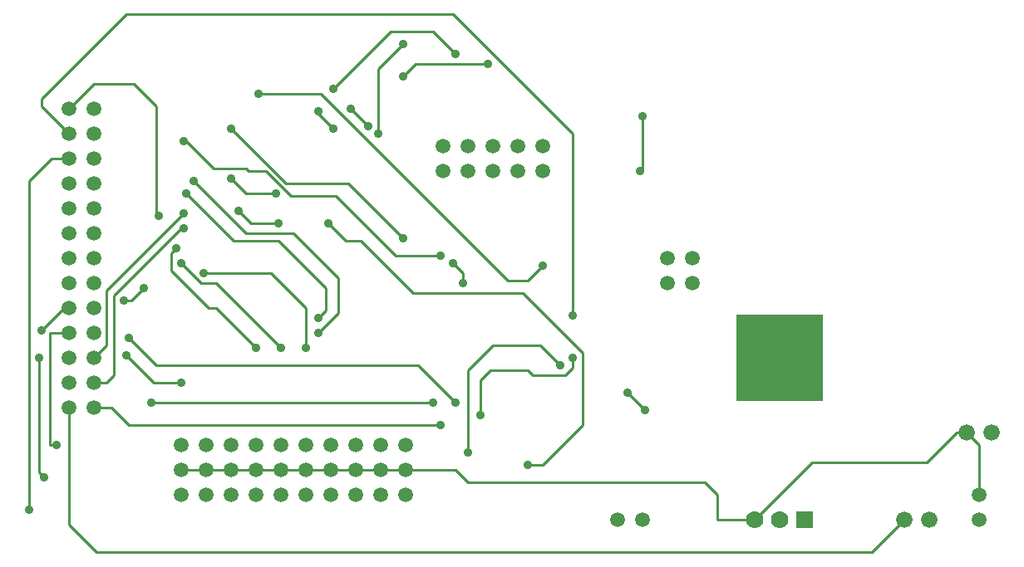
<source format=gbl>
G04 (created by PCBNEW (2013-07-07 BZR 4022)-stable) date 8/21/2014 4:39:55 PM*
%MOIN*%
G04 Gerber Fmt 3.4, Leading zero omitted, Abs format*
%FSLAX34Y34*%
G01*
G70*
G90*
G04 APERTURE LIST*
%ADD10C,0.00393701*%
%ADD11R,0.07X0.07*%
%ADD12C,0.07*%
%ADD13R,0.35X0.35*%
%ADD14C,0.0590551*%
%ADD15C,0.066*%
%ADD16C,0.035*%
%ADD17C,0.01*%
G04 APERTURE END LIST*
G54D10*
G54D11*
X61500Y-92500D03*
G54D12*
X59500Y-92500D03*
X60500Y-92500D03*
G54D13*
X60500Y-86000D03*
G54D14*
X40500Y-91500D03*
X40500Y-90500D03*
X40500Y-89500D03*
X41500Y-91500D03*
X41500Y-90500D03*
X41500Y-89500D03*
X42500Y-91500D03*
X42500Y-90500D03*
X42500Y-89500D03*
X43500Y-91500D03*
X43500Y-90500D03*
X43500Y-89500D03*
X44500Y-91500D03*
X44500Y-90500D03*
X44500Y-89500D03*
X45500Y-91500D03*
X45500Y-90500D03*
X45500Y-89500D03*
X39500Y-91500D03*
X39500Y-90500D03*
X39500Y-89500D03*
X38500Y-91500D03*
X38500Y-90500D03*
X38500Y-89500D03*
X37500Y-91500D03*
X37500Y-90500D03*
X37500Y-89500D03*
X36500Y-91500D03*
X36500Y-90500D03*
X36500Y-89500D03*
X32000Y-88000D03*
X32000Y-87000D03*
X32000Y-86000D03*
X33000Y-86000D03*
X33000Y-87000D03*
X33000Y-88000D03*
X33000Y-85000D03*
X32000Y-85000D03*
X33000Y-84000D03*
X32000Y-84000D03*
X33000Y-83000D03*
X32000Y-83000D03*
X33000Y-82000D03*
X32000Y-82000D03*
X33000Y-81000D03*
X32000Y-81000D03*
X33000Y-80000D03*
X32000Y-80000D03*
X33000Y-79000D03*
X32000Y-79000D03*
X33000Y-78000D03*
X32000Y-78000D03*
X33000Y-77000D03*
X32000Y-77000D03*
X33000Y-76000D03*
X32000Y-76000D03*
G54D15*
X66500Y-92500D03*
X65500Y-92500D03*
X68000Y-89000D03*
X69000Y-89000D03*
G54D14*
X54000Y-92500D03*
X55000Y-92500D03*
X56000Y-82000D03*
X56000Y-83000D03*
X57000Y-83000D03*
X57000Y-82000D03*
X47000Y-77500D03*
X47000Y-78500D03*
X48000Y-77500D03*
X48000Y-78500D03*
X49000Y-77500D03*
X49000Y-78500D03*
X50000Y-77500D03*
X50000Y-78500D03*
X51000Y-77500D03*
X51000Y-78500D03*
X68500Y-92500D03*
X68500Y-91500D03*
G54D16*
X30800Y-86000D03*
X31000Y-90800D03*
X47800Y-83000D03*
X47400Y-82200D03*
X40400Y-80600D03*
X38800Y-80100D03*
X51700Y-86300D03*
X48000Y-89800D03*
X39600Y-75400D03*
X51000Y-82300D03*
X42000Y-76100D03*
X42600Y-76800D03*
X43300Y-76000D03*
X44000Y-76700D03*
X42600Y-75200D03*
X47500Y-73800D03*
X45400Y-74700D03*
X48800Y-74200D03*
X44400Y-77000D03*
X45400Y-73400D03*
X55000Y-76300D03*
X54900Y-78500D03*
X36500Y-87000D03*
X34300Y-85900D03*
X36700Y-79400D03*
X42000Y-84400D03*
X36300Y-81600D03*
X39500Y-85600D03*
X36500Y-82200D03*
X40500Y-85600D03*
X37400Y-82600D03*
X41500Y-85600D03*
X35600Y-80300D03*
X34200Y-83700D03*
X35000Y-83200D03*
X30900Y-84900D03*
X31500Y-89500D03*
X37000Y-78900D03*
X42000Y-85000D03*
X52200Y-84300D03*
X52200Y-86000D03*
X48500Y-88300D03*
X54400Y-87400D03*
X55100Y-88100D03*
X30400Y-92100D03*
X46600Y-87800D03*
X35300Y-87800D03*
X34400Y-85200D03*
X47500Y-87800D03*
X36600Y-80800D03*
X36600Y-80200D03*
X38500Y-76800D03*
X45400Y-81200D03*
X46900Y-88700D03*
X50400Y-90300D03*
X42400Y-80600D03*
X40300Y-79400D03*
X38500Y-78800D03*
X36600Y-77300D03*
X46900Y-81900D03*
G54D17*
X30800Y-90600D02*
X30800Y-86000D01*
X31000Y-90800D02*
X30800Y-90600D01*
X47800Y-82600D02*
X47800Y-83000D01*
X47400Y-82200D02*
X47800Y-82600D01*
X39300Y-80600D02*
X40400Y-80600D01*
X38800Y-80100D02*
X39300Y-80600D01*
X51700Y-86300D02*
X50900Y-85500D01*
X50900Y-85500D02*
X49000Y-85500D01*
X49000Y-85500D02*
X48000Y-86500D01*
X48000Y-86500D02*
X48000Y-89800D01*
X42100Y-75400D02*
X39600Y-75400D01*
X49600Y-82900D02*
X42100Y-75400D01*
X50400Y-82900D02*
X49600Y-82900D01*
X51000Y-82300D02*
X50400Y-82900D01*
X42000Y-76200D02*
X42000Y-76100D01*
X42600Y-76800D02*
X42000Y-76200D01*
X44000Y-76700D02*
X43300Y-76000D01*
X44900Y-72900D02*
X42600Y-75200D01*
X46600Y-72900D02*
X44900Y-72900D01*
X47500Y-73800D02*
X46600Y-72900D01*
X45900Y-74200D02*
X45400Y-74700D01*
X48800Y-74200D02*
X45900Y-74200D01*
X44400Y-74400D02*
X44400Y-77000D01*
X45400Y-73400D02*
X44400Y-74400D01*
X55000Y-78400D02*
X55000Y-76300D01*
X54900Y-78500D02*
X55000Y-78400D01*
X32000Y-88000D02*
X32000Y-92700D01*
X64200Y-93800D02*
X65500Y-92500D01*
X33100Y-93800D02*
X64200Y-93800D01*
X32000Y-92700D02*
X33100Y-93800D01*
X35400Y-87000D02*
X36500Y-87000D01*
X34300Y-85900D02*
X35400Y-87000D01*
X38600Y-81300D02*
X36700Y-79400D01*
X40400Y-81300D02*
X38600Y-81300D01*
X42300Y-83200D02*
X40400Y-81300D01*
X42300Y-84100D02*
X42300Y-83200D01*
X42000Y-84400D02*
X42300Y-84100D01*
X36100Y-81800D02*
X36300Y-81600D01*
X36100Y-82500D02*
X36100Y-81800D01*
X37600Y-84000D02*
X36100Y-82500D01*
X37900Y-84000D02*
X37600Y-84000D01*
X39500Y-85600D02*
X37900Y-84000D01*
X37300Y-83000D02*
X36500Y-82200D01*
X37900Y-83000D02*
X37300Y-83000D01*
X40500Y-85600D02*
X37900Y-83000D01*
X40100Y-82600D02*
X37400Y-82600D01*
X41500Y-84000D02*
X40100Y-82600D01*
X41500Y-85600D02*
X41500Y-84000D01*
X33000Y-75000D02*
X32000Y-76000D01*
X34600Y-75000D02*
X33000Y-75000D01*
X35500Y-75900D02*
X34600Y-75000D01*
X35500Y-80200D02*
X35500Y-75900D01*
X35600Y-80300D02*
X35500Y-80200D01*
X34500Y-83700D02*
X34200Y-83700D01*
X35000Y-83200D02*
X34500Y-83700D01*
X31800Y-84000D02*
X32000Y-84000D01*
X30900Y-84900D02*
X31800Y-84000D01*
X32000Y-85000D02*
X31250Y-85000D01*
X31250Y-89500D02*
X31500Y-89500D01*
X31250Y-85000D02*
X31250Y-89500D01*
X39100Y-81000D02*
X37000Y-78900D01*
X41000Y-81000D02*
X39100Y-81000D01*
X42800Y-82800D02*
X41000Y-81000D01*
X42800Y-84200D02*
X42800Y-82800D01*
X42000Y-85000D02*
X42800Y-84200D01*
X30900Y-75900D02*
X32000Y-77000D01*
X30900Y-75600D02*
X30900Y-75900D01*
X34300Y-72200D02*
X30900Y-75600D01*
X47400Y-72200D02*
X34300Y-72200D01*
X52200Y-77000D02*
X47400Y-72200D01*
X52200Y-83900D02*
X52200Y-77000D01*
X52200Y-84300D02*
X52200Y-83900D01*
X52200Y-86400D02*
X52200Y-86000D01*
X51900Y-86700D02*
X52200Y-86400D01*
X50600Y-86700D02*
X51900Y-86700D01*
X50400Y-86500D02*
X50600Y-86700D01*
X48900Y-86500D02*
X50400Y-86500D01*
X48500Y-86900D02*
X48900Y-86500D01*
X48500Y-88300D02*
X48500Y-86900D01*
X55100Y-88100D02*
X54400Y-87400D01*
X31300Y-78000D02*
X32000Y-78000D01*
X30400Y-78900D02*
X31300Y-78000D01*
X30400Y-92100D02*
X30400Y-78900D01*
X35700Y-87800D02*
X35300Y-87800D01*
X46600Y-87800D02*
X35700Y-87800D01*
X35500Y-86300D02*
X34400Y-85200D01*
X46000Y-86300D02*
X35500Y-86300D01*
X47500Y-87800D02*
X46000Y-86300D01*
X33000Y-87000D02*
X33500Y-87000D01*
X36500Y-80800D02*
X36600Y-80800D01*
X33800Y-83500D02*
X36500Y-80800D01*
X33800Y-86700D02*
X33800Y-83500D01*
X33500Y-87000D02*
X33800Y-86700D01*
X33000Y-86000D02*
X33500Y-85500D01*
X33500Y-83300D02*
X36600Y-80200D01*
X33500Y-85500D02*
X33500Y-83300D01*
X68000Y-89000D02*
X67600Y-89000D01*
X61800Y-90200D02*
X59500Y-92500D01*
X66400Y-90200D02*
X61800Y-90200D01*
X67600Y-89000D02*
X66400Y-90200D01*
X68500Y-91500D02*
X68500Y-89500D01*
X68500Y-89500D02*
X68000Y-89000D01*
X46500Y-90500D02*
X45500Y-90500D01*
X59500Y-92500D02*
X58000Y-92500D01*
X47500Y-90500D02*
X46500Y-90500D01*
X48000Y-91000D02*
X47500Y-90500D01*
X57500Y-91000D02*
X48000Y-91000D01*
X58000Y-91500D02*
X57500Y-91000D01*
X58000Y-92500D02*
X58000Y-91500D01*
X46500Y-90500D02*
X44500Y-90500D01*
X44500Y-90500D02*
X43500Y-90500D01*
X43500Y-90500D02*
X42500Y-90500D01*
X42500Y-90500D02*
X41500Y-90500D01*
X41500Y-90500D02*
X40500Y-90500D01*
X40500Y-90500D02*
X39500Y-90500D01*
X39500Y-90500D02*
X38500Y-90500D01*
X38500Y-90500D02*
X37500Y-90500D01*
X37500Y-90500D02*
X36500Y-90500D01*
X40700Y-79000D02*
X38500Y-76800D01*
X43200Y-79000D02*
X40700Y-79000D01*
X45400Y-81200D02*
X43200Y-79000D01*
X33000Y-88000D02*
X33700Y-88000D01*
X34400Y-88700D02*
X46900Y-88700D01*
X33700Y-88000D02*
X34400Y-88700D01*
X51000Y-90300D02*
X50400Y-90300D01*
X52600Y-88700D02*
X51000Y-90300D01*
X52600Y-85800D02*
X52600Y-88700D01*
X50200Y-83400D02*
X52600Y-85800D01*
X45800Y-83400D02*
X50200Y-83400D01*
X43700Y-81300D02*
X45800Y-83400D01*
X43100Y-81300D02*
X43700Y-81300D01*
X42400Y-80600D02*
X43100Y-81300D01*
X39100Y-79400D02*
X40300Y-79400D01*
X38500Y-78800D02*
X39100Y-79400D01*
X36700Y-77300D02*
X36600Y-77300D01*
X37800Y-78400D02*
X36700Y-77300D01*
X39100Y-78400D02*
X37800Y-78400D01*
X39200Y-78500D02*
X39100Y-78400D01*
X39900Y-78500D02*
X39200Y-78500D01*
X40900Y-79500D02*
X39900Y-78500D01*
X42700Y-79500D02*
X40900Y-79500D01*
X45100Y-81900D02*
X42700Y-79500D01*
X46900Y-81900D02*
X45100Y-81900D01*
M02*

</source>
